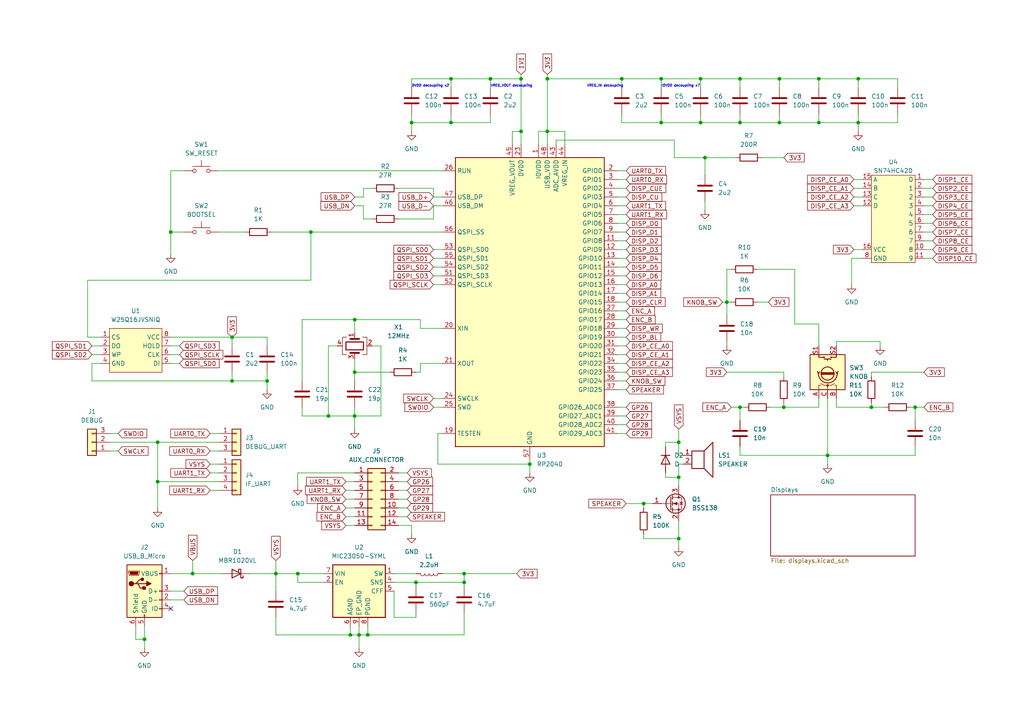
<source format=kicad_sch>
(kicad_sch (version 20230121) (generator eeschema)
  (paper "A4")
  (junction (at 67.31 110.49))
  (junction (at 214.63 118.11))
  (junction (at 77.47 110.49))
  (junction (at 102.87 107.95))
  (junction (at 134.62 168.91))
  (junction (at 90.17 67.31))
  (junction (at 119.38 35.56))
  (junction (at 252.73 118.11))
  (junction (at 153.67 134.62))
  (junction (at 106.68 184.15))
  (junction (at 227.33 118.11))
  (junction (at 142.24 22.86))
  (junction (at 214.63 22.86))
  (junction (at 86.36 166.37))
  (junction (at 214.63 35.56))
  (junction (at 240.03 132.08))
  (junction (at 151.13 22.86))
  (junction (at 210.82 87.63))
  (junction (at 134.62 166.37))
  (junction (at 186.69 146.05))
  (junction (at 102.87 92.71))
  (junction (at 191.77 22.86))
  (junction (at 151.13 38.1))
  (junction (at 55.88 166.37))
  (junction (at 49.53 67.31))
  (junction (at 237.49 35.56))
  (junction (at 95.25 120.65))
  (junction (at 265.43 118.11))
  (junction (at 45.72 128.27))
  (junction (at 204.47 45.72))
  (junction (at 80.01 166.37))
  (junction (at 196.85 138.43))
  (junction (at 120.65 168.91))
  (junction (at 191.77 35.56))
  (junction (at 203.2 22.86))
  (junction (at 102.87 120.65))
  (junction (at 226.06 22.86))
  (junction (at 203.2 35.56))
  (junction (at 45.72 139.7))
  (junction (at 196.85 156.21))
  (junction (at 248.92 35.56))
  (junction (at 41.91 185.42))
  (junction (at 158.75 22.86))
  (junction (at 158.75 38.1))
  (junction (at 248.92 22.86))
  (junction (at 67.31 97.79))
  (junction (at 101.6 184.15))
  (junction (at 196.85 128.27))
  (junction (at 104.14 184.15))
  (junction (at 226.06 35.56))
  (junction (at 130.81 35.56))
  (junction (at 180.34 22.86))
  (junction (at 237.49 22.86))
  (junction (at 130.81 22.86))
  (no_connect (at 49.53 176.53))
  (wire (pts (xy 125.73 80.01) (xy 128.27 80.01)))
  (wire (pts (xy 134.62 166.37) (xy 134.62 168.91)))
  (wire (pts (xy 49.53 67.31) (xy 53.34 67.31)))
  (wire (pts (xy 179.07 72.39) (xy 181.61 72.39)))
  (wire (pts (xy 45.72 139.7) (xy 63.5 139.7)))
  (wire (pts (xy 226.06 22.86) (xy 237.49 22.86)))
  (wire (pts (xy 130.81 33.02) (xy 130.81 35.56)))
  (wire (pts (xy 134.62 168.91) (xy 134.62 170.18)))
  (wire (pts (xy 25.4 97.79) (xy 29.21 97.79)))
  (wire (pts (xy 130.81 22.86) (xy 130.81 25.4)))
  (wire (pts (xy 179.07 105.41) (xy 181.61 105.41)))
  (wire (pts (xy 210.82 87.63) (xy 212.09 87.63)))
  (wire (pts (xy 128.27 57.15) (xy 125.73 57.15)))
  (wire (pts (xy 191.77 22.86) (xy 203.2 22.86)))
  (wire (pts (xy 265.43 118.11) (xy 264.16 118.11)))
  (wire (pts (xy 219.71 87.63) (xy 222.885 87.63)))
  (wire (pts (xy 237.49 22.86) (xy 248.92 22.86)))
  (wire (pts (xy 247.65 59.69) (xy 250.19 59.69)))
  (wire (pts (xy 26.67 105.41) (xy 26.67 110.49)))
  (wire (pts (xy 179.07 120.65) (xy 181.61 120.65)))
  (wire (pts (xy 256.54 118.11) (xy 252.73 118.11)))
  (wire (pts (xy 214.63 118.11) (xy 214.63 121.92)))
  (wire (pts (xy 267.97 67.31) (xy 270.51 67.31)))
  (wire (pts (xy 248.92 22.86) (xy 248.92 25.4)))
  (wire (pts (xy 125.73 115.57) (xy 128.27 115.57)))
  (wire (pts (xy 267.97 107.95) (xy 252.73 107.95)))
  (wire (pts (xy 125.73 59.69) (xy 125.73 63.5)))
  (wire (pts (xy 179.07 82.55) (xy 181.61 82.55)))
  (wire (pts (xy 102.87 59.69) (xy 105.41 59.69)))
  (wire (pts (xy 115.57 149.86) (xy 118.11 149.86)))
  (wire (pts (xy 86.36 168.91) (xy 93.98 168.91)))
  (wire (pts (xy 115.57 147.32) (xy 118.11 147.32)))
  (wire (pts (xy 210.82 78.105) (xy 212.09 78.105)))
  (wire (pts (xy 179.07 59.69) (xy 181.61 59.69)))
  (wire (pts (xy 210.82 87.63) (xy 210.82 78.105)))
  (wire (pts (xy 49.53 173.99) (xy 53.34 173.99)))
  (wire (pts (xy 97.79 100.33) (xy 95.25 100.33)))
  (wire (pts (xy 267.97 118.11) (xy 265.43 118.11)))
  (wire (pts (xy 102.87 92.71) (xy 121.92 92.71)))
  (wire (pts (xy 196.85 134.62) (xy 196.85 138.43)))
  (wire (pts (xy 39.37 181.61) (xy 39.37 185.42)))
  (wire (pts (xy 198.12 132.08) (xy 196.85 132.08)))
  (wire (pts (xy 134.62 166.37) (xy 149.86 166.37)))
  (wire (pts (xy 125.73 54.61) (xy 115.57 54.61)))
  (wire (pts (xy 49.53 97.79) (xy 67.31 97.79)))
  (wire (pts (xy 100.33 152.4) (xy 102.87 152.4)))
  (wire (pts (xy 227.33 116.84) (xy 227.33 118.11)))
  (wire (pts (xy 230.505 93.98) (xy 230.505 78.105)))
  (wire (pts (xy 179.07 74.93) (xy 181.61 74.93)))
  (wire (pts (xy 100.33 149.86) (xy 102.87 149.86)))
  (wire (pts (xy 196.85 138.43) (xy 196.85 140.97)))
  (wire (pts (xy 203.2 33.02) (xy 203.2 35.56)))
  (wire (pts (xy 29.21 105.41) (xy 26.67 105.41)))
  (wire (pts (xy 180.34 33.02) (xy 180.34 35.56)))
  (wire (pts (xy 67.31 97.79) (xy 67.31 100.33)))
  (wire (pts (xy 179.07 77.47) (xy 181.61 77.47)))
  (wire (pts (xy 26.67 102.87) (xy 29.21 102.87)))
  (wire (pts (xy 87.63 118.11) (xy 87.63 120.65)))
  (wire (pts (xy 179.07 90.17) (xy 181.61 90.17)))
  (wire (pts (xy 180.34 35.56) (xy 191.77 35.56)))
  (wire (pts (xy 49.53 67.31) (xy 49.53 73.66)))
  (wire (pts (xy 267.97 62.23) (xy 270.51 62.23)))
  (wire (pts (xy 158.75 22.86) (xy 180.34 22.86)))
  (wire (pts (xy 119.38 152.4) (xy 119.38 154.94)))
  (wire (pts (xy 45.72 139.7) (xy 45.72 147.32)))
  (wire (pts (xy 142.24 22.86) (xy 151.13 22.86)))
  (wire (pts (xy 115.57 144.78) (xy 118.11 144.78)))
  (wire (pts (xy 130.81 22.86) (xy 142.24 22.86)))
  (wire (pts (xy 267.97 72.39) (xy 270.51 72.39)))
  (wire (pts (xy 204.47 45.72) (xy 204.47 50.8)))
  (wire (pts (xy 49.53 171.45) (xy 53.34 171.45)))
  (wire (pts (xy 267.97 64.77) (xy 270.51 64.77)))
  (wire (pts (xy 180.34 22.86) (xy 191.77 22.86)))
  (wire (pts (xy 49.53 100.33) (xy 52.07 100.33)))
  (wire (pts (xy 119.38 22.86) (xy 130.81 22.86)))
  (wire (pts (xy 142.24 33.02) (xy 142.24 35.56)))
  (wire (pts (xy 179.07 49.53) (xy 181.61 49.53)))
  (wire (pts (xy 105.41 63.5) (xy 105.41 59.69)))
  (wire (pts (xy 240.03 115.57) (xy 240.03 132.08)))
  (wire (pts (xy 153.67 133.35) (xy 153.67 134.62)))
  (wire (pts (xy 267.97 69.85) (xy 270.51 69.85)))
  (wire (pts (xy 86.36 166.37) (xy 86.36 168.91)))
  (wire (pts (xy 179.07 57.15) (xy 181.61 57.15)))
  (wire (pts (xy 130.81 35.56) (xy 142.24 35.56)))
  (wire (pts (xy 151.13 22.86) (xy 151.13 38.1)))
  (wire (pts (xy 179.07 107.95) (xy 181.61 107.95)))
  (wire (pts (xy 181.61 146.05) (xy 186.69 146.05)))
  (wire (pts (xy 63.5 49.53) (xy 128.27 49.53)))
  (wire (pts (xy 226.06 33.02) (xy 226.06 35.56)))
  (wire (pts (xy 267.97 74.93) (xy 270.51 74.93)))
  (wire (pts (xy 90.17 81.28) (xy 25.4 81.28)))
  (wire (pts (xy 265.43 118.11) (xy 265.43 121.92)))
  (wire (pts (xy 114.3 168.91) (xy 120.65 168.91)))
  (wire (pts (xy 63.5 130.81) (xy 60.96 130.81)))
  (wire (pts (xy 125.73 82.55) (xy 128.27 82.55)))
  (wire (pts (xy 255.27 99.06) (xy 255.27 100.33)))
  (wire (pts (xy 119.38 33.02) (xy 119.38 35.56)))
  (wire (pts (xy 25.4 81.28) (xy 25.4 97.79)))
  (wire (pts (xy 193.04 128.27) (xy 196.85 128.27)))
  (wire (pts (xy 151.13 22.86) (xy 151.13 21.59)))
  (wire (pts (xy 80.01 166.37) (xy 86.36 166.37)))
  (wire (pts (xy 102.87 120.65) (xy 102.87 124.46)))
  (wire (pts (xy 78.74 67.31) (xy 90.17 67.31)))
  (wire (pts (xy 128.27 59.69) (xy 125.73 59.69)))
  (wire (pts (xy 179.07 69.85) (xy 181.61 69.85)))
  (wire (pts (xy 214.63 33.02) (xy 214.63 35.56)))
  (wire (pts (xy 77.47 110.49) (xy 67.31 110.49)))
  (wire (pts (xy 247.65 52.07) (xy 250.19 52.07)))
  (wire (pts (xy 77.47 107.95) (xy 77.47 110.49)))
  (wire (pts (xy 227.33 109.22) (xy 227.33 107.95)))
  (wire (pts (xy 267.97 54.61) (xy 270.51 54.61)))
  (wire (pts (xy 163.83 41.91) (xy 163.83 38.1)))
  (wire (pts (xy 226.06 35.56) (xy 237.49 35.56)))
  (wire (pts (xy 102.87 107.95) (xy 102.87 110.49)))
  (wire (pts (xy 134.62 177.8) (xy 134.62 184.15)))
  (wire (pts (xy 115.57 137.16) (xy 118.11 137.16)))
  (wire (pts (xy 179.07 67.31) (xy 181.61 67.31)))
  (wire (pts (xy 247.015 74.93) (xy 250.19 74.93)))
  (wire (pts (xy 158.75 38.1) (xy 158.75 41.91)))
  (wire (pts (xy 248.92 35.56) (xy 248.92 38.1)))
  (wire (pts (xy 114.3 179.07) (xy 114.3 171.45)))
  (wire (pts (xy 212.09 118.11) (xy 214.63 118.11)))
  (wire (pts (xy 179.07 118.11) (xy 181.61 118.11)))
  (wire (pts (xy 67.31 110.49) (xy 67.31 107.95)))
  (wire (pts (xy 193.04 138.43) (xy 193.04 137.16)))
  (wire (pts (xy 230.505 78.105) (xy 219.71 78.105)))
  (wire (pts (xy 248.92 22.86) (xy 260.35 22.86)))
  (wire (pts (xy 86.36 137.16) (xy 86.36 140.97)))
  (wire (pts (xy 102.87 96.52) (xy 102.87 92.71)))
  (wire (pts (xy 196.85 138.43) (xy 193.04 138.43)))
  (wire (pts (xy 186.69 156.21) (xy 186.69 154.94)))
  (wire (pts (xy 267.97 59.69) (xy 270.51 59.69)))
  (wire (pts (xy 119.38 35.56) (xy 119.38 38.1)))
  (wire (pts (xy 179.07 110.49) (xy 181.61 110.49)))
  (wire (pts (xy 237.49 35.56) (xy 248.92 35.56)))
  (wire (pts (xy 237.49 33.02) (xy 237.49 35.56)))
  (wire (pts (xy 115.57 63.5) (xy 125.73 63.5)))
  (wire (pts (xy 45.72 128.27) (xy 63.5 128.27)))
  (wire (pts (xy 100.33 147.32) (xy 102.87 147.32)))
  (wire (pts (xy 214.63 35.56) (xy 226.06 35.56)))
  (wire (pts (xy 80.01 184.15) (xy 80.01 179.07)))
  (wire (pts (xy 196.85 128.27) (xy 196.85 132.08)))
  (wire (pts (xy 106.68 181.61) (xy 106.68 184.15)))
  (wire (pts (xy 120.65 168.91) (xy 120.65 170.18)))
  (wire (pts (xy 223.52 118.11) (xy 227.33 118.11)))
  (wire (pts (xy 196.85 156.21) (xy 186.69 156.21)))
  (wire (pts (xy 265.43 132.08) (xy 240.03 132.08)))
  (wire (pts (xy 55.88 166.37) (xy 64.77 166.37)))
  (wire (pts (xy 151.13 38.1) (xy 151.13 41.91)))
  (wire (pts (xy 179.07 92.71) (xy 181.61 92.71)))
  (wire (pts (xy 67.31 97.79) (xy 77.47 97.79)))
  (wire (pts (xy 87.63 92.71) (xy 87.63 110.49)))
  (wire (pts (xy 265.43 129.54) (xy 265.43 132.08)))
  (wire (pts (xy 196.85 156.21) (xy 196.85 158.75)))
  (wire (pts (xy 179.07 123.19) (xy 181.61 123.19)))
  (wire (pts (xy 87.63 120.65) (xy 95.25 120.65)))
  (wire (pts (xy 186.69 146.05) (xy 186.69 147.32)))
  (wire (pts (xy 267.97 52.07) (xy 270.51 52.07)))
  (wire (pts (xy 214.63 129.54) (xy 214.63 132.08)))
  (wire (pts (xy 196.85 151.13) (xy 196.85 156.21)))
  (wire (pts (xy 110.49 100.33) (xy 110.49 120.65)))
  (wire (pts (xy 260.35 33.02) (xy 260.35 35.56)))
  (wire (pts (xy 179.07 52.07) (xy 181.61 52.07)))
  (wire (pts (xy 90.17 67.31) (xy 90.17 81.28)))
  (wire (pts (xy 63.5 67.31) (xy 71.12 67.31)))
  (wire (pts (xy 214.63 22.86) (xy 214.63 25.4)))
  (wire (pts (xy 26.67 100.33) (xy 29.21 100.33)))
  (wire (pts (xy 121.92 105.41) (xy 128.27 105.41)))
  (wire (pts (xy 55.88 162.56) (xy 55.88 166.37)))
  (wire (pts (xy 119.38 35.56) (xy 130.81 35.56)))
  (wire (pts (xy 195.58 40.64) (xy 195.58 45.72)))
  (wire (pts (xy 179.07 85.09) (xy 181.61 85.09)))
  (wire (pts (xy 179.07 62.23) (xy 181.61 62.23)))
  (wire (pts (xy 127 125.73) (xy 128.27 125.73)))
  (wire (pts (xy 125.73 77.47) (xy 128.27 77.47)))
  (wire (pts (xy 125.73 118.11) (xy 128.27 118.11)))
  (wire (pts (xy 26.67 110.49) (xy 67.31 110.49)))
  (wire (pts (xy 267.97 57.15) (xy 270.51 57.15)))
  (wire (pts (xy 72.39 166.37) (xy 80.01 166.37)))
  (wire (pts (xy 31.75 125.73) (xy 34.29 125.73)))
  (wire (pts (xy 153.67 134.62) (xy 127 134.62)))
  (wire (pts (xy 237.49 22.86) (xy 237.49 25.4)))
  (wire (pts (xy 101.6 184.15) (xy 80.01 184.15)))
  (wire (pts (xy 227.33 118.11) (xy 237.49 118.11)))
  (wire (pts (xy 203.2 22.86) (xy 203.2 25.4)))
  (wire (pts (xy 179.07 100.33) (xy 181.61 100.33)))
  (wire (pts (xy 156.21 38.1) (xy 158.75 38.1)))
  (wire (pts (xy 247.65 57.15) (xy 250.19 57.15)))
  (wire (pts (xy 191.77 25.4) (xy 191.77 22.86)))
  (wire (pts (xy 180.34 22.86) (xy 180.34 25.4)))
  (wire (pts (xy 191.77 35.56) (xy 203.2 35.56)))
  (wire (pts (xy 163.83 38.1) (xy 158.75 38.1)))
  (wire (pts (xy 101.6 181.61) (xy 101.6 184.15)))
  (wire (pts (xy 107.95 100.33) (xy 110.49 100.33)))
  (wire (pts (xy 203.2 22.86) (xy 214.63 22.86)))
  (wire (pts (xy 127 134.62) (xy 127 125.73)))
  (wire (pts (xy 49.53 102.87) (xy 52.07 102.87)))
  (wire (pts (xy 86.36 137.16) (xy 102.87 137.16)))
  (wire (pts (xy 107.95 63.5) (xy 105.41 63.5)))
  (wire (pts (xy 179.07 64.77) (xy 181.61 64.77)))
  (wire (pts (xy 252.73 109.22) (xy 252.73 107.95)))
  (wire (pts (xy 196.85 124.46) (xy 196.85 128.27)))
  (wire (pts (xy 115.57 152.4) (xy 119.38 152.4)))
  (wire (pts (xy 125.73 74.93) (xy 128.27 74.93)))
  (wire (pts (xy 121.92 105.41) (xy 121.92 107.95)))
  (wire (pts (xy 121.92 95.25) (xy 128.27 95.25)))
  (wire (pts (xy 179.07 95.25) (xy 181.61 95.25)))
  (wire (pts (xy 104.14 181.61) (xy 104.14 184.15)))
  (wire (pts (xy 179.07 102.87) (xy 181.61 102.87)))
  (wire (pts (xy 121.92 92.71) (xy 121.92 95.25)))
  (wire (pts (xy 191.77 33.02) (xy 191.77 35.56)))
  (wire (pts (xy 60.96 134.62) (xy 63.5 134.62)))
  (wire (pts (xy 119.38 25.4) (xy 119.38 22.86)))
  (wire (pts (xy 113.03 107.95) (xy 102.87 107.95)))
  (wire (pts (xy 128.27 166.37) (xy 134.62 166.37)))
  (wire (pts (xy 102.87 57.15) (xy 105.41 57.15)))
  (wire (pts (xy 107.95 54.61) (xy 105.41 54.61)))
  (wire (pts (xy 189.23 146.05) (xy 186.69 146.05)))
  (wire (pts (xy 120.65 179.07) (xy 114.3 179.07)))
  (wire (pts (xy 179.07 97.79) (xy 181.61 97.79)))
  (wire (pts (xy 63.5 125.73) (xy 60.96 125.73)))
  (wire (pts (xy 179.07 113.03) (xy 181.61 113.03)))
  (wire (pts (xy 95.25 100.33) (xy 95.25 120.65)))
  (wire (pts (xy 100.33 139.7) (xy 102.87 139.7)))
  (wire (pts (xy 247.015 74.93) (xy 247.015 82.55)))
  (wire (pts (xy 39.37 185.42) (xy 41.91 185.42)))
  (wire (pts (xy 247.65 72.39) (xy 250.19 72.39)))
  (wire (pts (xy 260.35 35.56) (xy 248.92 35.56)))
  (wire (pts (xy 77.47 110.49) (xy 77.47 113.03)))
  (wire (pts (xy 49.53 105.41) (xy 52.07 105.41)))
  (wire (pts (xy 142.24 22.86) (xy 142.24 25.4)))
  (wire (pts (xy 104.14 184.15) (xy 106.68 184.15)))
  (wire (pts (xy 115.57 139.7) (xy 118.11 139.7)))
  (wire (pts (xy 242.57 99.06) (xy 255.27 99.06)))
  (wire (pts (xy 158.75 38.1) (xy 158.75 22.86)))
  (wire (pts (xy 220.98 45.72) (xy 227.33 45.72)))
  (wire (pts (xy 104.14 184.15) (xy 104.14 187.96)))
  (wire (pts (xy 31.75 130.81) (xy 34.29 130.81)))
  (wire (pts (xy 45.72 128.27) (xy 45.72 139.7)))
  (wire (pts (xy 161.29 40.64) (xy 195.58 40.64)))
  (wire (pts (xy 204.47 45.72) (xy 213.36 45.72)))
  (wire (pts (xy 179.07 80.01) (xy 181.61 80.01)))
  (wire (pts (xy 247.65 54.61) (xy 250.19 54.61)))
  (wire (pts (xy 90.17 67.31) (xy 128.27 67.31)))
  (wire (pts (xy 49.53 49.53) (xy 49.53 67.31)))
  (wire (pts (xy 60.96 142.24) (xy 63.5 142.24)))
  (wire (pts (xy 49.53 166.37) (xy 55.88 166.37)))
  (wire (pts (xy 198.12 134.62) (xy 196.85 134.62)))
  (wire (pts (xy 77.47 97.79) (xy 77.47 100.33)))
  (wire (pts (xy 105.41 54.61) (xy 105.41 57.15)))
  (wire (pts (xy 153.67 134.62) (xy 153.67 137.16)))
  (wire (pts (xy 240.03 132.08) (xy 240.03 134.62)))
  (wire (pts (xy 114.3 166.37) (xy 120.65 166.37)))
  (wire (pts (xy 158.75 21.59) (xy 158.75 22.86)))
  (wire (pts (xy 102.87 92.71) (xy 87.63 92.71)))
  (wire (pts (xy 179.07 54.61) (xy 181.61 54.61)))
  (wire (pts (xy 237.49 115.57) (xy 237.49 118.11)))
  (wire (pts (xy 148.59 38.1) (xy 151.13 38.1)))
  (wire (pts (xy 125.73 72.39) (xy 128.27 72.39)))
  (wire (pts (xy 134.62 184.15) (xy 106.68 184.15)))
  (wire (pts (xy 226.06 22.86) (xy 226.06 25.4)))
  (wire (pts (xy 100.33 144.78) (xy 102.87 144.78)))
  (wire (pts (xy 210.82 87.63) (xy 210.82 91.44)))
  (wire (pts (xy 210.82 99.06) (xy 210.82 100.33)))
  (wire (pts (xy 53.34 49.53) (xy 49.53 49.53)))
  (wire (pts (xy 102.87 120.65) (xy 102.87 118.11)))
  (wire (pts (xy 101.6 184.15) (xy 104.14 184.15)))
  (wire (pts (xy 203.2 35.56) (xy 214.63 35.56)))
  (wire (pts (xy 237.49 93.98) (xy 230.505 93.98)))
  (wire (pts (xy 41.91 185.42) (xy 41.91 187.96)))
  (wire (pts (xy 248.92 33.02) (xy 248.92 35.56)))
  (wire (pts (xy 86.36 166.37) (xy 93.98 166.37)))
  (wire (pts (xy 125.73 57.15) (xy 125.73 54.61)))
  (wire (pts (xy 204.47 58.42) (xy 204.47 60.96)))
  (wire (pts (xy 195.58 45.72) (xy 204.47 45.72)))
  (wire (pts (xy 120.65 107.95) (xy 121.92 107.95)))
  (wire (pts (xy 80.01 162.56) (xy 80.01 166.37)))
  (wire (pts (xy 156.21 41.91) (xy 156.21 38.1)))
  (wire (pts (xy 252.73 118.11) (xy 242.57 118.11)))
  (wire (pts (xy 179.07 125.73) (xy 181.61 125.73)))
  (wire (pts (xy 161.29 41.91) (xy 161.29 40.64)))
  (wire (pts (xy 120.65 168.91) (xy 134.62 168.91)))
  (wire (pts (xy 242.57 115.57) (xy 242.57 118.11)))
  (wire (pts (xy 237.49 100.33) (xy 237.49 93.98)))
  (wire (pts (xy 60.96 137.16) (xy 63.5 137.16)))
  (wire (pts (xy 210.82 107.95) (xy 227.33 107.95)))
  (wire (pts (xy 214.63 132.08) (xy 240.03 132.08)))
  (wire (pts (xy 148.59 41.91) (xy 148.59 38.1)))
  (wire (pts (xy 31.75 128.27) (xy 45.72 128.27)))
  (wire (pts (xy 209.55 87.63) (xy 210.82 87.63)))
  (wire (pts (xy 193.04 129.54) (xy 193.04 128.27)))
  (wire (pts (xy 214.63 118.11) (xy 215.9 118.11)))
  (wire (pts (xy 260.35 22.86) (xy 260.35 25.4)))
  (wire (pts (xy 179.07 87.63) (xy 181.61 87.63)))
  (wire (pts (xy 102.87 104.14) (xy 102.87 107.95)))
  (wire (pts (xy 252.73 116.84) (xy 252.73 118.11)))
  (wire (pts (xy 100.33 142.24) (xy 102.87 142.24)))
  (wire (pts (xy 41.91 181.61) (xy 41.91 185.42)))
  (wire (pts (xy 110.49 120.65) (xy 102.87 120.65)))
  (wire (pts (xy 95.25 120.65) (xy 102.87 120.65)))
  (wire (pts (xy 80.01 166.37) (xy 80.01 171.45)))
  (wire (pts (xy 242.57 99.06) (xy 242.57 100.33)))
  (wire (pts (xy 214.63 22.86) (xy 226.06 22.86)))
  (wire (pts (xy 120.65 177.8) (xy 120.65 179.07)))
  (wire (pts (xy 115.57 142.24) (xy 118.11 142.24)))
  (text "IOVDD decoupling x7" (at 191.77 25.4 0) (effects (font (size 0.7 0.7) italic) (justify left bottom)))
  (text "DVDD decoupling x2" (at 119.38 25.4 0) (effects (font (size 0.7 0.7) italic) (justify left bottom)))
  (text "VREG_IN decoupling" (at 170.18 25.4 0) (effects (font (size 0.7 0.7) italic) (justify left bottom)))
  (text "VREG_VOUT decoupling" (at 142.24 25.4 0) (effects (font (size 0.7 0.7) italic) (justify left bottom)))
  (global_label "GP28" (shape input) (at 118.11 144.78 0) (property "Intersheetrefs" "${INTERSHEET_REFS}" (effects hide)))
  (global_label "3V3" (shape input) (at 149.86 166.37 0) (property "Intersheetrefs" "${INTERSHEET_REFS}" (effects hide)))
  (global_label "DISP_D4" (shape input) (at 181.61 74.93 0) (property "Intersheetrefs" "${INTERSHEET_REFS}" (effects hide)))
  (global_label "DISP1_CE" (shape input) (at 270.51 52.07 0) (property "Intersheetrefs" "${INTERSHEET_REFS}" (effects hide)))
  (global_label "GP27" (shape input) (at 181.61 120.65 0) (property "Intersheetrefs" "${INTERSHEET_REFS}" (effects hide)))
  (global_label "3V3" (shape input) (at 67.31 97.79 90) (property "Intersheetrefs" "${INTERSHEET_REFS}" (effects hide)))
  (global_label "VBUS" (shape input) (at 55.88 162.56 90) (property "Intersheetrefs" "${INTERSHEET_REFS}" (effects hide)))
  (global_label "DISP_WR" (shape input) (at 181.61 95.25 0) (property "Intersheetrefs" "${INTERSHEET_REFS}" (effects hide)))
  (global_label "DISP_D0" (shape input) (at 181.61 64.77 0) (property "Intersheetrefs" "${INTERSHEET_REFS}" (effects hide)))
  (global_label "ENC_B" (shape input) (at 100.33 149.86 180) (property "Intersheetrefs" "${INTERSHEET_REFS}" (effects hide)))
  (global_label "DISP8_CE" (shape input) (at 270.51 69.85 0) (property "Intersheetrefs" "${INTERSHEET_REFS}" (effects hide)))
  (global_label "DISP_D6" (shape input) (at 181.61 80.01 0) (property "Intersheetrefs" "${INTERSHEET_REFS}" (effects hide)))
  (global_label "UART1_RX" (shape input) (at 60.96 142.24 180) (property "Intersheetrefs" "${INTERSHEET_REFS}" (effects hide)))
  (global_label "DISP_CE_A0" (shape input) (at 181.61 100.33 0) (property "Intersheetrefs" "${INTERSHEET_REFS}" (effects hide)))
  (global_label "VSYS" (shape input) (at 100.33 152.4 180) (property "Intersheetrefs" "${INTERSHEET_REFS}" (effects hide)))
  (global_label "UART1_TX" (shape input) (at 181.61 59.69 0) (property "Intersheetrefs" "${INTERSHEET_REFS}" (effects hide)))
  (global_label "USB_D-" (shape input) (at 125.73 59.69 180) (property "Intersheetrefs" "${INTERSHEET_REFS}" (effects hide)))
  (global_label "DISP10_CE" (shape input) (at 270.51 74.93 0) (property "Intersheetrefs" "${INTERSHEET_REFS}" (effects hide)))
  (global_label "QSPI_SD2" (shape input) (at 26.67 102.87 180) (property "Intersheetrefs" "${INTERSHEET_REFS}" (effects hide)))
  (global_label "DISP4_CE" (shape input) (at 270.51 59.69 0) (property "Intersheetrefs" "${INTERSHEET_REFS}" (effects hide)))
  (global_label "KNOB_SW" (shape input) (at 181.61 110.49 0) (property "Intersheetrefs" "${INTERSHEET_REFS}" (effects hide)))
  (global_label "QSPI_SD3" (shape input) (at 125.73 80.01 180) (property "Intersheetrefs" "${INTERSHEET_REFS}" (effects hide)))
  (global_label "DISP_CLR" (shape input) (at 181.61 87.63 0) (property "Intersheetrefs" "${INTERSHEET_REFS}" (effects hide)))
  (global_label "USB_DP" (shape input) (at 53.34 171.45 0) (property "Intersheetrefs" "${INTERSHEET_REFS}" (effects hide)))
  (global_label "GP26" (shape input) (at 181.61 118.11 0) (property "Intersheetrefs" "${INTERSHEET_REFS}" (effects hide)))
  (global_label "SWDIO" (shape input) (at 34.29 125.73 0) (property "Intersheetrefs" "${INTERSHEET_REFS}" (effects hide)))
  (global_label "DISP_D1" (shape input) (at 181.61 67.31 0) (property "Intersheetrefs" "${INTERSHEET_REFS}" (effects hide)))
  (global_label "UART1_RX" (shape input) (at 181.61 62.23 0) (property "Intersheetrefs" "${INTERSHEET_REFS}" (effects hide)))
  (global_label "GP28" (shape input) (at 181.61 123.19 0) (property "Intersheetrefs" "${INTERSHEET_REFS}" (effects hide)))
  (global_label "DISP_CU" (shape input) (at 181.61 57.15 0) (property "Intersheetrefs" "${INTERSHEET_REFS}" (effects hide)))
  (global_label "QSPI_SCLK" (shape input) (at 52.07 102.87 0) (property "Intersheetrefs" "${INTERSHEET_REFS}" (effects hide)))
  (global_label "UART1_TX" (shape input) (at 60.96 137.16 180) (property "Intersheetrefs" "${INTERSHEET_REFS}" (effects hide)))
  (global_label "GP29" (shape input) (at 181.61 125.73 0) (property "Intersheetrefs" "${INTERSHEET_REFS}" (effects hide)))
  (global_label "DISP7_CE" (shape input) (at 270.51 67.31 0) (property "Intersheetrefs" "${INTERSHEET_REFS}" (effects hide)))
  (global_label "DISP_CE_A2" (shape input) (at 181.61 105.41 0) (property "Intersheetrefs" "${INTERSHEET_REFS}" (effects hide)))
  (global_label "GP29" (shape input) (at 118.11 147.32 0) (property "Intersheetrefs" "${INTERSHEET_REFS}" (effects hide)))
  (global_label "VSYS" (shape input) (at 80.01 162.56 90) (property "Intersheetrefs" "${INTERSHEET_REFS}" (effects hide)))
  (global_label "UART0_RX" (shape input) (at 60.96 130.81 180) (property "Intersheetrefs" "${INTERSHEET_REFS}" (effects hide)))
  (global_label "DISP_D3" (shape input) (at 181.61 72.39 0) (property "Intersheetrefs" "${INTERSHEET_REFS}" (effects hide)))
  (global_label "DISP_A0" (shape input) (at 181.61 82.55 0) (property "Intersheetrefs" "${INTERSHEET_REFS}" (effects hide)))
  (global_label "DISP_D5" (shape input) (at 181.61 77.47 0) (property "Intersheetrefs" "${INTERSHEET_REFS}" (effects hide)))
  (global_label "3V3" (shape input) (at 158.75 21.59 90) (effects (font italic)) (property "Intersheetrefs" "${INTERSHEET_REFS}" (effects hide)))
  (global_label "KNOB_SW" (shape input) (at 100.33 144.78 180) (property "Intersheetrefs" "${INTERSHEET_REFS}" (effects hide)))
  (global_label "DISP_CE_A1" (shape input) (at 247.65 54.61 180) (property "Intersheetrefs" "${INTERSHEET_REFS}" (effects hide)))
  (global_label "QSPI_SCLK" (shape input) (at 125.73 82.55 180) (property "Intersheetrefs" "${INTERSHEET_REFS}" (effects hide)))
  (global_label "DISP3_CE" (shape input) (at 270.51 57.15 0) (property "Intersheetrefs" "${INTERSHEET_REFS}" (effects hide)))
  (global_label "QSPI_SD2" (shape input) (at 125.73 77.47 180) (property "Intersheetrefs" "${INTERSHEET_REFS}" (effects hide)))
  (global_label "DISP_CUE" (shape input) (at 181.61 54.61 0) (property "Intersheetrefs" "${INTERSHEET_REFS}" (effects hide)))
  (global_label "QSPI_SD3" (shape input) (at 52.07 100.33 0) (property "Intersheetrefs" "${INTERSHEET_REFS}" (effects hide)))
  (global_label "VSYS" (shape input) (at 196.85 124.46 90) (property "Intersheetrefs" "${INTERSHEET_REFS}" (effects hide)))
  (global_label "GP27" (shape input) (at 118.11 142.24 0) (property "Intersheetrefs" "${INTERSHEET_REFS}" (effects hide)))
  (global_label "DISP5_CE" (shape input) (at 270.51 62.23 0) (property "Intersheetrefs" "${INTERSHEET_REFS}" (effects hide)))
  (global_label "SWCLK" (shape input) (at 125.73 115.57 180) (property "Intersheetrefs" "${INTERSHEET_REFS}" (effects hide)))
  (global_label "1V1" (shape input) (at 151.13 21.59 90) (effects (font italic)) (property "Intersheetrefs" "${INTERSHEET_REFS}" (effects hide)))
  (global_label "DISP9_CE" (shape input) (at 270.51 72.39 0) (property "Intersheetrefs" "${INTERSHEET_REFS}" (effects hide)))
  (global_label "DISP_CE_A0" (shape input) (at 247.65 52.07 180) (property "Intersheetrefs" "${INTERSHEET_REFS}" (effects hide)))
  (global_label "SWCLK" (shape input) (at 34.29 130.81 0) (property "Intersheetrefs" "${INTERSHEET_REFS}" (effects hide)))
  (global_label "QSPI_SD1" (shape input) (at 125.73 74.93 180) (property "Intersheetrefs" "${INTERSHEET_REFS}" (effects hide)))
  (global_label "USB_DP" (shape input) (at 102.87 57.15 180) (property "Intersheetrefs" "${INTERSHEET_REFS}" (effects hide)))
  (global_label "UART1_RX" (shape input) (at 100.33 142.24 180) (property "Intersheetrefs" "${INTERSHEET_REFS}" (effects hide)))
  (global_label "ENC_A" (shape input) (at 100.33 147.32 180) (property "Intersheetrefs" "${INTERSHEET_REFS}" (effects hide)))
  (global_label "DISP_CE_A3" (shape input) (at 247.65 59.69 180) (property "Intersheetrefs" "${INTERSHEET_REFS}" (effects hide)))
  (global_label "ENC_A" (shape input) (at 212.09 118.11 180) (property "Intersheetrefs" "${INTERSHEET_REFS}" (effects hide)))
  (global_label "SPEAKER" (shape input) (at 181.61 113.03 0) (property "Intersheetrefs" "${INTERSHEET_REFS}" (effects hide)))
  (global_label "DISP_CE_A1" (shape input) (at 181.61 102.87 0) (property "Intersheetrefs" "${INTERSHEET_REFS}" (effects hide)))
  (global_label "SPEAKER" (shape input) (at 181.61 146.05 180) (property "Intersheetrefs" "${INTERSHEET_REFS}" (effects hide)))
  (global_label "3V3" (shape input) (at 267.97 107.95 0) (property "Intersheetrefs" "${INTERSHEET_REFS}" (effects hide)))
  (global_label "VSYS" (shape input) (at 118.11 137.16 0) (property "Intersheetrefs" "${INTERSHEET_REFS}" (effects hide)))
  (global_label "DISP_D2" (shape input) (at 181.61 69.85 0) (property "Intersheetrefs" "${INTERSHEET_REFS}" (effects hide)))
  (global_label "3V3" (shape input) (at 222.885 87.63 0) (property "Intersheetrefs" "${INTERSHEET_REFS}" (effects hide)))
  (global_label "DISP_CE_A2" (shape input) (at 247.65 57.15 180) (property "Intersheetrefs" "${INTERSHEET_REFS}" (effects hide)))
  (global_label "DISP2_CE" (shape input) (at 270.51 54.61 0) (property "Intersheetrefs" "${INTERSHEET_REFS}" (effects hide)))
  (global_label "KNOB_SW" (shape input) (at 209.55 87.63 180) (property "Intersheetrefs" "${INTERSHEET_REFS}" (effects hide)))
  (global_label "UART0_RX" (shape input) (at 181.61 52.07 0) (property "Intersheetrefs" "${INTERSHEET_REFS}" (effects hide)))
  (global_label "ENC_B" (shape input) (at 267.97 118.11 0) (property "Intersheetrefs" "${INTERSHEET_REFS}" (effects hide)))
  (global_label "UART1_TX" (shape input) (at 100.33 139.7 180) (property "Intersheetrefs" "${INTERSHEET_REFS}" (effects hide)))
  (global_label "ENC_B" (shape input) (at 181.61 92.71 0) (property "Intersheetrefs" "${INTERSHEET_REFS}" (effects hide)))
  (global_label "SPEAKER" (shape input) (at 118.11 149.86 0) (property "Intersheetrefs" "${INTERSHEET_REFS}" (effects hide)))
  (global_label "DISP_BL" (shape input) (at 181.61 97.79 0) (property "Intersheetrefs" "${INTERSHEET_REFS}" (effects hide)))
  (global_label "SWDIO" (shape input) (at 125.73 118.11 180) (property "Intersheetrefs" "${INTERSHEET_REFS}" (effects hide)))
  (global_label "USB_DN" (shape input) (at 102.87 59.69 180) (property "Intersheetrefs" "${INTERSHEET_REFS}" (effects hide)))
  (global_label "3V3" (shape input) (at 227.33 45.72 0) (property "Intersheetrefs" "${INTERSHEET_REFS}" (effects hide)))
  (global_label "3V3" (shape input) (at 210.82 107.95 180) (property "Intersheetrefs" "${INTERSHEET_REFS}" (effects hide)))
  (global_label "GP26" (shape input) (at 118.11 139.7 0) (property "Intersheetrefs" "${INTERSHEET_REFS}" (effects hide)))
  (global_label "UART0_TX" (shape input) (at 181.61 49.53 0) (property "Intersheetrefs" "${INTERSHEET_REFS}" (effects hide)))
  (global_label "DISP_CE_A3" (shape input) (at 181.61 107.95 0) (property "Intersheetrefs" "${INTERSHEET_REFS}" (effects hide)))
  (global_label "QSPI_SD0" (shape input) (at 52.07 105.41 0) (property "Intersheetrefs" "${INTERSHEET_REFS}" (effects hide)))
  (global_label "QSPI_SD0" (shape input) (at 125.73 72.39 180) (property "Intersheetrefs" "${INTERSHEET_REFS}" (effects hide)))
  (global_label "USB_D+" (shape input) (at 125.73 57.15 180) (property "Intersheetrefs" "${INTERSHEET_REFS}" (effects hide)))
  (global_label "VSYS" (shape input) (at 60.96 134.62 180) (property "Intersheetrefs" "${INTERSHEET_REFS}" (effects hide)))
  (global_label "DISP6_CE" (shape input) (at 270.51 64.77 0) (property "Intersheetrefs" "${INTERSHEET_REFS}" (effects hide)))
  (global_label "3V3" (shape input) (at 247.65 72.39 180) (property "Intersheetrefs" "${INTERSHEET_REFS}" (effects hide)))
  (global_label "USB_DN" (shape input) (at 53.34 173.99 0) (property "Intersheetrefs" "${INTERSHEET_REFS}" (effects hide)))
  (global_label "QSPI_SD1" (shape input) (at 26.67 100.33 180) (property "Intersheetrefs" "${INTERSHEET_REFS}" (effects hide)))
  (global_label "UART0_TX" (shape input) (at 60.96 125.73 180) (property "Intersheetrefs" "${INTERSHEET_REFS}" (effects hide)))
  (global_label "DISP_A1" (shape input) (at 181.61 85.09 0) (property "Intersheetrefs" "${INTERSHEET_REFS}" (effects hide)))
  (global_label "ENC_A" (shape input) (at 181.61 90.17 0) (property "Intersheetrefs" "${INTERSHEET_REFS}" (effects hide)))
  (symbol (lib_id "Device:C") (at 119.38 29.21 0) (unit 1)
    (property "Reference" "C12" (at 123.19 27.9399 0) (effects (justify left)))
    (property "Value" "100n" (at 123.19 30.4799 0) (effects (justify left)))
    (property "Footprint" "Capacitor_SMD:C_0603_1608Metric" (effects hide))
  )
  (symbol (lib_id "Device:C") (at 214.63 29.21 0) (unit 1)
    (property "Reference" "C7" (at 218.44 27.9399 0) (effects (justify left)))
    (property "Value" "100n" (at 218.44 30.4799 0) (effects (justify left)))
    (property "Footprint" "Capacitor_SMD:C_0603_1608Metric" (effects hide))
  )
  (symbol (lib_id "Switch:SW_Push") (at 58.42 67.31 0) (unit 1)
    (property "Reference" "SW2" (at 58.42 59.69 0))
    (property "Value" "BOOTSEL" (at 58.42 62.23 0))
    (property "Footprint" "components:TS18_TACTILE_SWITCH" (effects hide))
  )
  (symbol (lib_id "Device:C") (at 87.63 114.3 0) (unit 1)
    (property "Reference" "C21" (at 91.44 113.0299 0) (effects (justify left)))
    (property "Value" "19p" (at 91.44 115.5699 0) (effects (justify left)))
    (property "Footprint" "Capacitor_SMD:C_0603_1608Metric" (effects hide))
  )
  (symbol (lib_id "Device:R") (at 111.76 63.5 90) (unit 1)
    (property "Reference" "R3" (at 111.76 57.15 90))
    (property "Value" "27R" (at 111.76 59.69 90))
    (property "Footprint" "Resistor_SMD:R_0603_1608Metric" (effects hide))
  )
  (symbol (lib_id "power:GND") (at 204.47 60.96 0) (unit 1)
    (property "Reference" "#PWR0112" (effects hide))
    (property "Value" "GND" (at 204.47 66.04 0))
  )
  (symbol (lib_id "Device:C") (at 248.92 29.21 0) (unit 1)
    (property "Reference" "C10" (at 252.73 27.9399 0) (effects (justify left)))
    (property "Value" "100n" (at 252.73 30.4799 0) (effects (justify left)))
    (property "Footprint" "Capacitor_SMD:C_0603_1608Metric" (effects hide))
  )
  (symbol (lib_id "Device:C") (at 130.81 29.21 0) (unit 1)
    (property "Reference" "C13" (at 134.62 27.9399 0) (effects (justify left)))
    (property "Value" "100n" (at 134.62 30.4799 0) (effects (justify left)))
    (property "Footprint" "Capacitor_SMD:C_0603_1608Metric" (effects hide))
  )
  (symbol (lib_id "Device:C") (at 134.62 173.99 0) (unit 1)
    (property "Reference" "C16" (at 138.43 172.7199 0) (effects (justify left)))
    (property "Value" "4.7uF" (at 138.43 175.2599 0) (effects (justify left)))
    (property "Footprint" "Capacitor_SMD:C_0603_1608Metric" (effects hide))
  )
  (symbol (lib_id "Device:Speaker") (at 203.2 132.08 0) (unit 1)
    (property "Reference" "LS1" (at 208.28 132.0799 0) (effects (justify left)))
    (property "Value" "SPEAKER" (at 208.28 134.6199 0) (effects (justify left)))
    (property "Footprint" "components:BUZZER_CMT-8504" (effects hide))
  )
  (symbol (lib_id "components:W25Q16JVSNIQ") (at 39.37 105.41 0) (unit 1)
    (property "Reference" "U1" (at 39.37 90.17 0))
    (property "Value" "W25Q16JVSNIQ" (at 39.37 92.71 0))
    (property "Footprint" "components:SOIC8_150mil" (effects hide))
  )
  (symbol (lib_id "Connector_Generic:Conn_02x07_Odd_Even") (at 107.95 144.78 0) (unit 1)
    (property "Reference" "J5" (at 109.22 130.81 0))
    (property "Value" "AUX_CONNECTOR" (at 109.22 133.35 0))
    (property "Footprint" "Connector_IDC:IDC-Header_2x07_P2.54mm_Vertical" (effects hide))
  )
  (symbol (lib_id "power:GND") (at 49.53 73.66 0) (unit 1)
    (property "Reference" "#PWR0105" (effects hide))
    (property "Value" "GND" (at 49.53 78.74 0))
  )
  (symbol (lib_id "Device:R") (at 74.93 67.31 90) (unit 1)
    (property "Reference" "R1" (at 74.93 60.96 90))
    (property "Value" "1K" (at 74.93 63.5 90))
    (property "Footprint" "Resistor_SMD:R_0603_1608Metric" (effects hide))
  )
  (symbol (lib_id "power:GND") (at 86.36 140.97 0) (unit 1)
    (property "Reference" "#PWR0107" (effects hide))
    (property "Value" "GND" (at 86.36 146.05 0))
  )
  (symbol (lib_id "power:GND") (at 153.67 137.16 0) (unit 1)
    (property "Reference" "#PWR0109" (effects hide))
    (property "Value" "GND" (at 153.67 142.24 0))
  )
  (symbol (lib_id "Device:R") (at 260.35 118.11 270) (mirror x) (unit 1)
    (property "Reference" "R12" (at 260.35 111.76 90))
    (property "Value" "10K" (at 260.35 114.3 90))
    (property "Footprint" "Resistor_SMD:R_0603_1608Metric" (effects hide))
  )
  (symbol (lib_id "Device:R") (at 227.33 113.03 180) (unit 1)
    (property "Reference" "R9" (at 229.87 111.7599 0) (effects (justify right)))
    (property "Value" "10K" (at 229.87 114.2999 0) (effects (justify right)))
    (property "Footprint" "Resistor_SMD:R_0603_1608Metric" (effects hide))
  )
  (symbol (lib_id "Connector_Generic:Conn_01x03") (at 26.67 128.27 180) (unit 1)
    (property "Reference" "J1" (at 26.67 119.38 0))
    (property "Value" "DEBUG" (at 26.67 121.92 0))
    (property "Footprint" "Connector_PinHeader_2.54mm:PinHeader_1x03_P2.54mm_Vertical" (effects hide))
  )
  (symbol (lib_id "power:GND") (at 196.85 158.75 0) (unit 1)
    (property "Reference" "#PWR0117" (effects hide))
    (property "Value" "GND" (at 196.85 163.83 0))
  )
  (symbol (lib_id "power:GND") (at 247.015 82.55 0) (unit 1)
    (property "Reference" "#PWR0116" (effects hide))
    (property "Value" "GND" (at 247.015 87.63 0))
  )
  (symbol (lib_id "power:GND") (at 255.27 100.33 0) (unit 1)
    (property "Reference" "#PWR0114" (effects hide))
    (property "Value" "GND" (at 255.27 105.41 0))
  )
  (symbol (lib_id "power:GND") (at 77.47 113.03 0) (unit 1)
    (property "Reference" "#PWR0108" (effects hide))
    (property "Value" "GND" (at 77.47 118.11 0))
  )
  (symbol (lib_id "power:GND") (at 240.03 134.62 0) (unit 1)
    (property "Reference" "#PWR0113" (effects hide))
    (property "Value" "GND" (at 240.03 139.7 0))
  )
  (symbol (lib_id "MCU_RaspberryPi:RP2040") (at 153.67 87.63 0) (unit 1)
    (property "Reference" "U3" (at 155.6894 132.08 0) (effects (justify left)))
    (property "Value" "RP2040" (at 155.6894 134.62 0) (effects (justify left)))
    (property "Footprint" "Package_DFN_QFN:QFN-56-1EP_7x7mm_P0.4mm_EP3.2x3.2mm" (effects hide))
    (property "Datasheet" "https://datasheets.raspberrypi.com/rp2040/rp2040-datasheet.pdf" (effects hide))
  )
  (symbol (lib_id "Device:C") (at 214.63 125.73 0) (unit 1)
    (property "Reference" "C19" (at 218.44 124.4599 0) (effects (justify left)))
    (property "Value" "10n" (at 218.44 126.9999 0) (effects (justify left)))
    (property "Footprint" "Capacitor_SMD:C_0603_1608Metric" (effects hide))
  )
  (symbol (lib_id "Device:C") (at 120.65 173.99 0) (unit 1)
    (property "Reference" "C17" (at 124.46 172.7199 0) (effects (justify left)))
    (property "Value" "560pF" (at 124.46 175.2599 0) (effects (justify left)))
    (property "Footprint" "Capacitor_SMD:C_0603_1608Metric" (effects hide))
  )
  (symbol (lib_id "Connector_Generic:Conn_01x03") (at 68.58 128.27 0) (unit 1)
    (property "Reference" "J3" (at 71.12 126.9999 0) (effects (justify left)))
    (property "Value" "DEBUG_UART" (at 71.12 129.5399 0) (effects (justify left)))
    (property "Footprint" "Connector_PinHeader_2.54mm:PinHeader_1x03_P2.54mm_Vertical" (effects hide))
  )
  (symbol (lib_id "components:SN74HC42D") (at 259.08 63.5 0) (unit 1)
    (property "Reference" "U4" (at 259.08 46.99 0))
    (property "Value" "SN74HC42D" (at 259.08 49.53 0))
    (property "Footprint" "components:SO16" (effects hide))
    (property "Datasheet" "https://www.ti.com/lit/ds/symlink/sn74hc42.pdf?ts=1689616950292" (effects hide))
  )
  (symbol (lib_id "Device:D") (at 193.04 133.35 270) (unit 1)
    (property "Reference" "D2" (at 195.58 132.0799 90) (effects (justify left)))
    (property "Value" "D" (at 195.58 134.6199 90) (effects (justify left)))
    (property "Footprint" "Diode_SMD:D_SOD-123" (effects hide))
  )
  (symbol (lib_id "Device:C") (at 80.01 175.26 0) (unit 1)
    (property "Reference" "C15" (at 83.82 173.9899 0) (effects (justify left)))
    (property "Value" "4.7uF" (at 83.82 176.5299 0) (effects (justify left)))
    (property "Footprint" "Capacitor_SMD:C_0603_1608Metric" (effects hide))
  )
  (symbol (lib_id "Transistor_FET:BSS138") (at 194.31 146.05 0) (unit 1)
    (property "Reference" "Q1" (at 200.66 144.7799 0) (effects (justify left)))
    (property "Value" "BSS138" (at 200.66 147.3199 0) (effects (justify left)))
    (property "Footprint" "Package_TO_SOT_SMD:SOT-23" (effects hide))
    (property "Datasheet" "https://www.onsemi.com/pub/Collateral/BSS138-D.PDF" (effects hide))
  )
  (symbol (lib_id "Device:C") (at 260.35 29.21 0) (unit 1)
    (property "Reference" "C11" (at 264.16 27.9399 0) (effects (justify left)))
    (property "Value" "100n" (at 264.16 30.4799 0) (effects (justify left)))
    (property "Footprint" "Capacitor_SMD:C_0603_1608Metric" (effects hide))
  )
  (symbol (lib_id "Device:L") (at 124.46 166.37 270) (unit 1)
    (property "Reference" "L1" (at 124.46 161.29 90))
    (property "Value" "2.2uH" (at 124.46 163.83 90))
    (property "Footprint" "components:Inductor_0806" (effects hide))
  )
  (symbol (lib_id "Connector_Generic:Conn_01x04") (at 68.58 137.16 0) (unit 1)
    (property "Reference" "J4" (at 71.12 137.795 0) (effects (justify left)))
    (property "Value" "IF_UART" (at 71.12 140.335 0) (effects (justify left)))
    (property "Footprint" "Connector_PinHeader_2.54mm:PinHeader_1x04_P2.54mm_Vertical" (effects hide))
  )
  (symbol (lib_id "Device:R") (at 111.76 54.61 90) (unit 1)
    (property "Reference" "R2" (at 111.76 48.26 90))
    (property "Value" "27R" (at 111.76 50.8 90))
    (property "Footprint" "Resistor_SMD:R_0603_1608Metric" (effects hide))
  )
  (symbol (lib_id "Device:R") (at 215.9 87.63 270) (mirror x) (unit 1)
    (property "Reference" "R6" (at 215.9 81.28 90))
    (property "Value" "10K" (at 215.9 83.82 90))
    (property "Footprint" "Resistor_SMD:R_0603_1608Metric" (effects hide))
  )
  (symbol (lib_id "Connector:USB_B_Micro") (at 41.91 171.45 0) (unit 1)
    (property "Reference" "J2" (at 41.91 158.75 0))
    (property "Value" "USB_B_Micro" (at 41.91 161.29 0))
    (property "Footprint" "components:GCT_USB3140" (effects hide))
  )
  (symbol (lib_id "Device:R") (at 252.73 113.03 0) (mirror x) (unit 1)
    (property "Reference" "R11" (at 250.19 111.7599 0) (effects (justify right)))
    (property "Value" "10K" (at 250.19 114.2999 0) (effects (justify right)))
    (property "Footprint" "Resistor_SMD:R_0603_1608Metric" (effects hide))
  )
  (symbol (lib_id "Device:C") (at 210.82 95.25 0) (unit 1)
    (property "Reference" "C18" (at 214.63 93.9799 0) (effects (justify left)))
    (property "Value" "10n" (at 214.63 96.5199 0) (effects (justify left)))
    (property "Footprint" "Capacitor_SMD:C_0603_1608Metric" (effects hide))
  )
  (symbol (lib_id "Device:R") (at 215.9 78.105 270) (mirror x) (unit 1)
    (property "Reference" "R10" (at 215.9 71.755 90))
    (property "Value" "1K" (at 215.9 74.295 90))
    (property "Footprint" "Resistor_SMD:R_0603_1608Metric" (effects hide))
  )
  (symbol (lib_id "Device:C") (at 237.49 29.21 0) (unit 1)
    (property "Reference" "C9" (at 241.3 27.9399 0) (effects (justify left)))
    (property "Value" "100n" (at 241.3 30.4799 0) (effects (justify left)))
    (property "Footprint" "Capacitor_SMD:C_0603_1608Metric" (effects hide))
  )
  (symbol (lib_id "power:GND") (at 210.82 100.33 0) (unit 1)
    (property "Reference" "#PWR0115" (effects hide))
    (property "Value" "GND" (at 210.82 105.41 0))
  )
  (symbol (lib_id "power:GND") (at 119.38 38.1 0) (unit 1)
    (property "Reference" "#PWR0102" (effects hide))
    (property "Value" "GND" (at 119.38 43.18 0))
  )
  (symbol (lib_id "Device:C") (at 226.06 29.21 0) (unit 1)
    (property "Reference" "C8" (at 229.87 27.9399 0) (effects (justify left)))
    (property "Value" "100n" (at 229.87 30.4799 0) (effects (justify left)))
    (property "Footprint" "Capacitor_SMD:C_0603_1608Metric" (effects hide))
  )
  (symbol (lib_id "Device:C") (at 191.77 29.21 0) (unit 1)
    (property "Reference" "C5" (at 195.58 27.9399 0) (effects (justify left)))
    (property "Value" "100n" (at 195.58 30.4799 0) (effects (justify left)))
    (property "Footprint" "Capacitor_SMD:C_0603_1608Metric" (effects hide))
  )
  (symbol (lib_id "power:GND") (at 45.72 147.32 0) (unit 1)
    (property "Reference" "#PWR0106" (effects hide))
    (property "Value" "GND" (at 45.72 152.4 0))
  )
  (symbol (lib_id "Device:C") (at 102.87 114.3 0) (unit 1)
    (property "Reference" "C22" (at 106.68 113.0299 0) (effects (justify left)))
    (property "Value" "19p" (at 106.68 115.5699 0) (effects (justify left)))
    (property "Footprint" "Capacitor_SMD:C_0603_1608Metric" (effects hide))
  )
  (symbol (lib_id "Device:C") (at 77.47 104.14 0) (unit 1)
    (property "Reference" "C14" (at 81.28 102.8699 0) (effects (justify left)))
    (property "Value" "100n" (at 81.28 105.4099 0) (effects (justify left)))
    (property "Footprint" "Capacitor_SMD:C_0603_1608Metric" (effects hide))
  )
  (symbol (lib_id "Device:C") (at 265.43 125.73 0) (unit 1)
    (property "Reference" "C20" (at 269.24 124.4599 0) (effects (justify left)))
    (property "Value" "10n" (at 269.24 126.9999 0) (effects (justify left)))
    (property "Footprint" "Capacitor_SMD:C_0603_1608Metric" (effects hide))
  )
  (symbol (lib_id "power:GND") (at 102.87 124.46 0) (unit 1)
    (property "Reference" "#PWR0101" (effects hide))
    (property "Value" "GND" (at 102.87 129.54 0))
  )
  (symbol (lib_id "Switch:SW_Push") (at 58.42 49.53 0) (unit 1)
    (property "Reference" "SW1" (at 58.42 41.91 0))
    (property "Value" "SW_RESET" (at 58.42 44.45 0))
    (property "Footprint" "components:TS18_TACTILE_SWITCH" (effects hide))
  )
  (symbol (lib_id "power:GND") (at 119.38 154.94 0) (unit 1)
    (property "Reference" "#PWR0110" (effects hide))
    (property "Value" "GND" (at 119.38 160.02 0))
  )
  (symbol (lib_id "Device:R") (at 217.17 45.72 90) (unit 1)
    (property "Reference" "R7" (at 217.17 39.37 90))
    (property "Value" "200R" (at 217.17 41.91 90))
    (property "Footprint" "Resistor_SMD:R_0603_1608Metric" (effects hide))
  )
  (symbol (lib_id "Device:D_Schottky") (at 68.58 166.37 180) (unit 1)
    (property "Reference" "D1" (at 68.8975 160.02 0))
    (property "Value" "MBR1020VL" (at 68.8975 162.56 0))
    (property "Footprint" "Diode_SMD:D_SOD-123F" (effects hide))
  )
  (symbol (lib_id "power:GND") (at 248.92 38.1 0) (unit 1)
    (property "Reference" "#PWR0111" (effects hide))
    (property "Value" "GND" (at 248.92 43.18 0))
  )
  (symbol (lib_id "Device:C") (at 180.34 29.21 0) (unit 1)
    (property "Reference" "C3" (at 184.15 27.9399 0) (effects (justify left)))
    (property "Value" "2u2" (at 184.15 30.4799 0) (effects (justify left)))
    (property "Footprint" "Capacitor_SMD:C_0603_1608Metric" (effects hide))
  )
  (symbol (lib_id "Device:R") (at 116.84 107.95 90) (unit 1)
    (property "Reference" "R4" (at 116.84 101.6 90))
    (property "Value" "1K" (at 116.84 104.14 90))
    (property "Footprint" "Resistor_SMD:R_0603_1608Metric" (effects hide))
  )
  (symbol (lib_id "Device:RotaryEncoder_Switch") (at 240.03 107.95 90) (unit 1)
    (property "Reference" "SW3" (at 246.38 106.6799 90) (effects (justify right)))
    (property "Value" "KNOB" (at 246.38 109.2199 90) (effects (justify right)))
    (property "Footprint" "components:PEC11H_Encoder" (effects hide))
  )
  (symbol (lib_id "Device:Crystal_GND24") (at 102.87 100.33 270) (unit 1)
    (property "Reference" "X1" (at 115.57 94.8688 90))
    (property "Value" "12MHz" (at 115.57 97.4088 90))
    (property "Footprint" "Crystal:Crystal_SMD_Abracon_ABM8AIG-4Pin_3.2x2.5mm" (effects hide))
  )
  (symbol (lib_id "Device:C") (at 204.47 54.61 0) (unit 1)
    (property "Reference" "C4" (at 208.28 53.3399 0) (effects (justify left)))
    (property "Value" "2u2" (at 208.28 55.8799 0) (effects (justify left)))
    (property "Footprint" "Capacitor_SMD:C_0603_1608Metric" (effects hide))
  )
  (symbol (lib_id "power:GND") (at 41.91 187.96 0) (unit 1)
    (property "Reference" "#PWR0104" (effects hide))
    (property "Value" "GND" (at 41.91 193.04 0))
  )
  (symbol (lib_id "Device:R") (at 186.69 151.13 180) (unit 1)
    (property "Reference" "R5" (at 189.23 149.8599 0) (effects (justify right)))
    (property "Value" "100K" (at 189.23 152.3999 0) (effects (justify right)))
    (property "Footprint" "Resistor_SMD:R_0603_1608Metric" (effects hide))
  )
  (symbol (lib_id "Device:C") (at 67.31 104.14 0) (unit 1)
    (property "Reference" "C1" (at 71.12 102.8699 0) (effects (justify left)))
    (property "Value" "2u2" (at 71.12 105.4099 0) (effects (justify left)))
    (property "Footprint" "Capacitor_SMD:C_0603_1608Metric" (effects hide))
  )
  (symbol (lib_id "Device:C") (at 203.2 29.21 0) (unit 1)
    (property "Reference" "C6" (at 207.01 27.9399 0) (effects (justify left)))
    (property "Value" "100n" (at 207.01 30.4799 0) (effects (justify left)))
    (property "Footprint" "Capacitor_SMD:C_0603_1608Metric" (effects hide))
  )
  (symbol (lib_id "Device:C") (at 142.24 29.21 0) (unit 1)
    (property "Reference" "C2" (at 146.05 27.9399 0) (effects (justify left)))
    (property "Value" "2u2" (at 146.05 30.4799 0) (effects (justify left)))
    (property "Footprint" "Capacitor_SMD:C_0603_1608Metric" (effects hide))
  )
  (symbol (lib_id "power:GND") (at 104.14 187.96 0) (unit 1)
    (property "Reference" "#PWR0103" (effects hide))
    (property "Value" "GND" (at 104.14 193.04 0))
  )
  (symbol (lib_id "Regulator_Switching:MIC23050-SYML") (at 104.14 171.45 0) (unit 1)
    (property "Reference" "U2" (at 104.14 158.75 0))
    (property "Value" "MIC23050-SYML" (at 104.14 161.29 0))
    (property "Footprint" "Package_DFN_QFN:Micrel_MLF-8-1EP_2x2mm_P0.5mm_EP0.6x1.2mm" (effects hide))
    (property "Datasheet" "http://ww1.microchip.com/downloads/en/DeviceDoc/mic23050.pdf" (effects hide))
  )
  (symbol (lib_id "Device:R") (at 219.71 118.11 90) (unit 1)
    (property "Reference" "R8" (at 219.71 111.76 90))
    (property "Value" "10K" (at 219.71 114.3 90))
    (property "Footprint" "Resistor_SMD:R_0603_1608Metric" (effects hide))
  )
  (sheet (at 223.52 143.51) (size 41.91 17.78) (stroke (width 0.1524))
    (property "Sheetname" "Displays" (at 223.52 142.7984 0) (effects (justify left bottom)))
    (property "Sheetfile" "displays.kicad_sch" (at 223.52 161.8746 0) (effects (justify left top)))
  )
)
</source>
